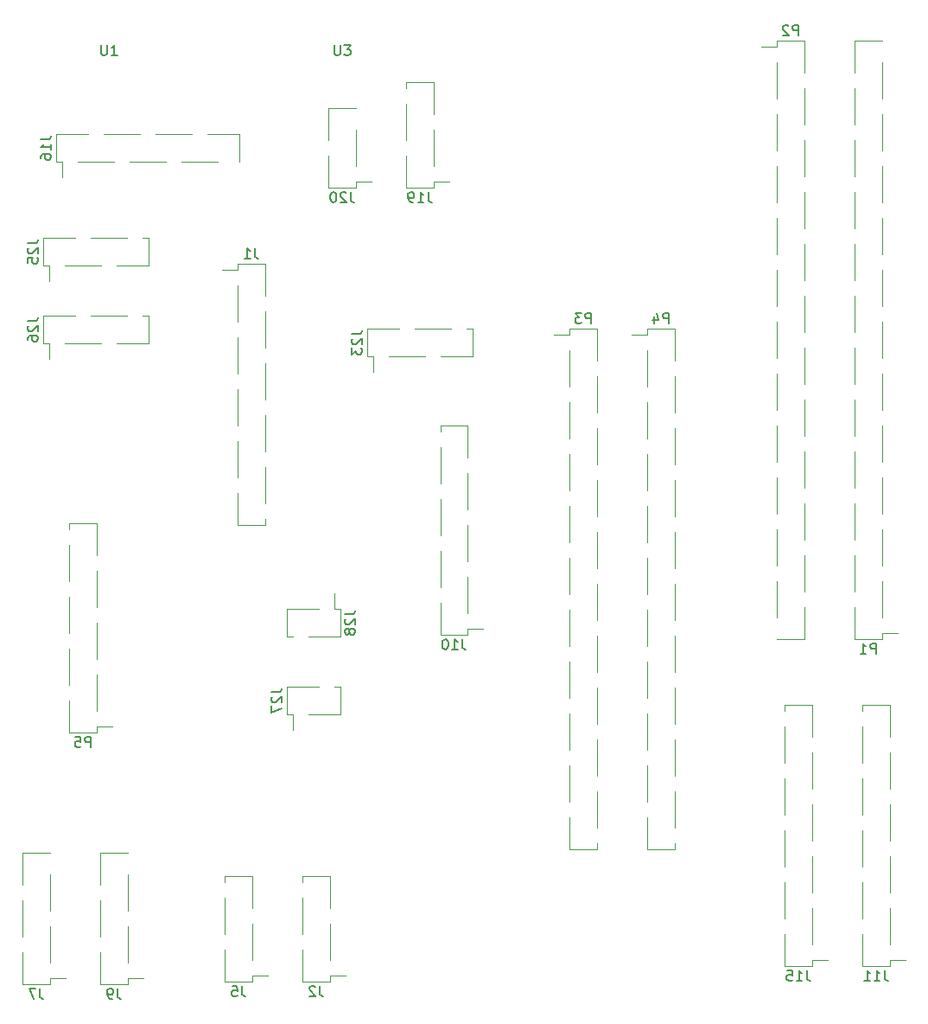
<source format=gbo>
G04 #@! TF.FileFunction,Legend,Bot*
%FSLAX46Y46*%
G04 Gerber Fmt 4.6, Leading zero omitted, Abs format (unit mm)*
G04 Created by KiCad (PCBNEW 4.0.7-e2-6376~58~ubuntu16.04.1) date Wed Jan  3 00:52:27 2018*
%MOMM*%
%LPD*%
G01*
G04 APERTURE LIST*
%ADD10C,0.100000*%
%ADD11C,0.120000*%
%ADD12C,0.150000*%
G04 APERTURE END LIST*
D10*
D11*
X158810000Y-52010000D02*
X156150000Y-52010000D01*
X158810000Y-77530000D02*
X156150000Y-77530000D01*
X156150000Y-54100000D02*
X156150000Y-57660000D01*
X156150000Y-59180000D02*
X156150000Y-62740000D01*
X156150000Y-64260000D02*
X156150000Y-67820000D01*
X156150000Y-69340000D02*
X156150000Y-72900000D01*
X156150000Y-74420000D02*
X156150000Y-77530000D01*
X158810000Y-52010000D02*
X158810000Y-55120000D01*
X156150000Y-52580000D02*
X154630000Y-52580000D01*
X156150000Y-52010000D02*
X156150000Y-52580000D01*
X158810000Y-76960000D02*
X158810000Y-77530000D01*
X158810000Y-56640000D02*
X158810000Y-60200000D01*
X158810000Y-61720000D02*
X158810000Y-65280000D01*
X158810000Y-66800000D02*
X158810000Y-70360000D01*
X158810000Y-71880000D02*
X158810000Y-75440000D01*
X162500000Y-122234000D02*
X165160000Y-122234000D01*
X162500000Y-111954000D02*
X165160000Y-111954000D01*
X165160000Y-120144000D02*
X165160000Y-116584000D01*
X165160000Y-115064000D02*
X165160000Y-111954000D01*
X162500000Y-122234000D02*
X162500000Y-119124000D01*
X165160000Y-121664000D02*
X166680000Y-121664000D01*
X165160000Y-122234000D02*
X165160000Y-121664000D01*
X162500000Y-112524000D02*
X162500000Y-111954000D01*
X162500000Y-117604000D02*
X162500000Y-114044000D01*
X154880000Y-122234000D02*
X157540000Y-122234000D01*
X154880000Y-111954000D02*
X157540000Y-111954000D01*
X157540000Y-120144000D02*
X157540000Y-116584000D01*
X157540000Y-115064000D02*
X157540000Y-111954000D01*
X154880000Y-122234000D02*
X154880000Y-119124000D01*
X157540000Y-121664000D02*
X159060000Y-121664000D01*
X157540000Y-122234000D02*
X157540000Y-121664000D01*
X154880000Y-112524000D02*
X154880000Y-111954000D01*
X154880000Y-117604000D02*
X154880000Y-114044000D01*
X135068000Y-122488000D02*
X137728000Y-122488000D01*
X135068000Y-109668000D02*
X137728000Y-109668000D01*
X137728000Y-120398000D02*
X137728000Y-116838000D01*
X137728000Y-115318000D02*
X137728000Y-111758000D01*
X135068000Y-122488000D02*
X135068000Y-119378000D01*
X137728000Y-121918000D02*
X139248000Y-121918000D01*
X137728000Y-122488000D02*
X137728000Y-121918000D01*
X135068000Y-110238000D02*
X135068000Y-109668000D01*
X135068000Y-117858000D02*
X135068000Y-114298000D01*
X135068000Y-112778000D02*
X135068000Y-109668000D01*
X142688000Y-122488000D02*
X145348000Y-122488000D01*
X142688000Y-109668000D02*
X145348000Y-109668000D01*
X145348000Y-120398000D02*
X145348000Y-116838000D01*
X145348000Y-115318000D02*
X145348000Y-111758000D01*
X142688000Y-122488000D02*
X142688000Y-119378000D01*
X145348000Y-121918000D02*
X146868000Y-121918000D01*
X145348000Y-122488000D02*
X145348000Y-121918000D01*
X142688000Y-110238000D02*
X142688000Y-109668000D01*
X142688000Y-117858000D02*
X142688000Y-114298000D01*
X142688000Y-112778000D02*
X142688000Y-109668000D01*
X175993000Y-88270000D02*
X178653000Y-88270000D01*
X175993000Y-67830000D02*
X178653000Y-67830000D01*
X178653000Y-86180000D02*
X178653000Y-82620000D01*
X178653000Y-81100000D02*
X178653000Y-77540000D01*
X178653000Y-76020000D02*
X178653000Y-72460000D01*
X178653000Y-70940000D02*
X178653000Y-67830000D01*
X175993000Y-88270000D02*
X175993000Y-85160000D01*
X178653000Y-87700000D02*
X180173000Y-87700000D01*
X178653000Y-88270000D02*
X178653000Y-87700000D01*
X175993000Y-68400000D02*
X175993000Y-67830000D01*
X175993000Y-83640000D02*
X175993000Y-80080000D01*
X175993000Y-78560000D02*
X175993000Y-75000000D01*
X175993000Y-73480000D02*
X175993000Y-69920000D01*
X217364000Y-120710000D02*
X220024000Y-120710000D01*
X217364000Y-95190000D02*
X220024000Y-95190000D01*
X220024000Y-118620000D02*
X220024000Y-115060000D01*
X220024000Y-113540000D02*
X220024000Y-109980000D01*
X220024000Y-108460000D02*
X220024000Y-104900000D01*
X220024000Y-103380000D02*
X220024000Y-99820000D01*
X220024000Y-98300000D02*
X220024000Y-95190000D01*
X217364000Y-120710000D02*
X217364000Y-117600000D01*
X220024000Y-120140000D02*
X221544000Y-120140000D01*
X220024000Y-120710000D02*
X220024000Y-120140000D01*
X217364000Y-95760000D02*
X217364000Y-95190000D01*
X217364000Y-116080000D02*
X217364000Y-112520000D01*
X217364000Y-111000000D02*
X217364000Y-107440000D01*
X217364000Y-105920000D02*
X217364000Y-102360000D01*
X217364000Y-100840000D02*
X217364000Y-97280000D01*
X209744000Y-120710000D02*
X212404000Y-120710000D01*
X209744000Y-95190000D02*
X212404000Y-95190000D01*
X212404000Y-118620000D02*
X212404000Y-115060000D01*
X212404000Y-113540000D02*
X212404000Y-109980000D01*
X212404000Y-108460000D02*
X212404000Y-104900000D01*
X212404000Y-103380000D02*
X212404000Y-99820000D01*
X212404000Y-98300000D02*
X212404000Y-95190000D01*
X209744000Y-120710000D02*
X209744000Y-117600000D01*
X212404000Y-120140000D02*
X213924000Y-120140000D01*
X212404000Y-120710000D02*
X212404000Y-120140000D01*
X209744000Y-95760000D02*
X209744000Y-95190000D01*
X209744000Y-116080000D02*
X209744000Y-112520000D01*
X209744000Y-111000000D02*
X209744000Y-107440000D01*
X209744000Y-105920000D02*
X209744000Y-102360000D01*
X209744000Y-100840000D02*
X209744000Y-97280000D01*
X138370000Y-39310000D02*
X138370000Y-41970000D01*
X156270000Y-39310000D02*
X156270000Y-41970000D01*
X140460000Y-41970000D02*
X144020000Y-41970000D01*
X145540000Y-41970000D02*
X149100000Y-41970000D01*
X150620000Y-41970000D02*
X154180000Y-41970000D01*
X138370000Y-39310000D02*
X141480000Y-39310000D01*
X138940000Y-41970000D02*
X138940000Y-43490000D01*
X138370000Y-41970000D02*
X138940000Y-41970000D01*
X155700000Y-39310000D02*
X156270000Y-39310000D01*
X143000000Y-39310000D02*
X146560000Y-39310000D01*
X148080000Y-39310000D02*
X151640000Y-39310000D01*
X153160000Y-39310000D02*
X156270000Y-39310000D01*
X172660000Y-44510000D02*
X175320000Y-44510000D01*
X172660000Y-34230000D02*
X175320000Y-34230000D01*
X175320000Y-42420000D02*
X175320000Y-38860000D01*
X175320000Y-37340000D02*
X175320000Y-34230000D01*
X172660000Y-44510000D02*
X172660000Y-41400000D01*
X175320000Y-43940000D02*
X176840000Y-43940000D01*
X175320000Y-44510000D02*
X175320000Y-43940000D01*
X172660000Y-34800000D02*
X172660000Y-34230000D01*
X172660000Y-39880000D02*
X172660000Y-36320000D01*
X165040000Y-44510000D02*
X167700000Y-44510000D01*
X165040000Y-36770000D02*
X167700000Y-36770000D01*
X167700000Y-42420000D02*
X167700000Y-38860000D01*
X165040000Y-44510000D02*
X165040000Y-41400000D01*
X167700000Y-43940000D02*
X169220000Y-43940000D01*
X167700000Y-44510000D02*
X167700000Y-43940000D01*
X165040000Y-37340000D02*
X165040000Y-36770000D01*
X165040000Y-39880000D02*
X165040000Y-36770000D01*
X168850000Y-58360000D02*
X168850000Y-61020000D01*
X179130000Y-58360000D02*
X179130000Y-61020000D01*
X170940000Y-61020000D02*
X174500000Y-61020000D01*
X176020000Y-61020000D02*
X179130000Y-61020000D01*
X168850000Y-58360000D02*
X171960000Y-58360000D01*
X169420000Y-61020000D02*
X169420000Y-62540000D01*
X168850000Y-61020000D02*
X169420000Y-61020000D01*
X178560000Y-58360000D02*
X179130000Y-58360000D01*
X173480000Y-58360000D02*
X177040000Y-58360000D01*
X137100000Y-49470000D02*
X137100000Y-52130000D01*
X147380000Y-49470000D02*
X147380000Y-52130000D01*
X139190000Y-52130000D02*
X142750000Y-52130000D01*
X144270000Y-52130000D02*
X147380000Y-52130000D01*
X137100000Y-49470000D02*
X140210000Y-49470000D01*
X137670000Y-52130000D02*
X137670000Y-53650000D01*
X137100000Y-52130000D02*
X137670000Y-52130000D01*
X146810000Y-49470000D02*
X147380000Y-49470000D01*
X141730000Y-49470000D02*
X145290000Y-49470000D01*
X137100000Y-57090000D02*
X137100000Y-59750000D01*
X147380000Y-57090000D02*
X147380000Y-59750000D01*
X139190000Y-59750000D02*
X142750000Y-59750000D01*
X144270000Y-59750000D02*
X147380000Y-59750000D01*
X137100000Y-57090000D02*
X140210000Y-57090000D01*
X137670000Y-59750000D02*
X137670000Y-61270000D01*
X137100000Y-59750000D02*
X137670000Y-59750000D01*
X146810000Y-57090000D02*
X147380000Y-57090000D01*
X141730000Y-57090000D02*
X145290000Y-57090000D01*
X160976000Y-93412000D02*
X160976000Y-96072000D01*
X166176000Y-93412000D02*
X166176000Y-96072000D01*
X163066000Y-96072000D02*
X166176000Y-96072000D01*
X160976000Y-93412000D02*
X164086000Y-93412000D01*
X161546000Y-96072000D02*
X161546000Y-97592000D01*
X160976000Y-96072000D02*
X161546000Y-96072000D01*
X165606000Y-93412000D02*
X166176000Y-93412000D01*
X166176000Y-88452000D02*
X166176000Y-85792000D01*
X160976000Y-88452000D02*
X160976000Y-85792000D01*
X164086000Y-85792000D02*
X160976000Y-85792000D01*
X166176000Y-88452000D02*
X163066000Y-88452000D01*
X165606000Y-85792000D02*
X165606000Y-84272000D01*
X166176000Y-85792000D02*
X165606000Y-85792000D01*
X161546000Y-88452000D02*
X160976000Y-88452000D01*
X139640000Y-97850000D02*
X142300000Y-97850000D01*
X139640000Y-77410000D02*
X142300000Y-77410000D01*
X142300000Y-95760000D02*
X142300000Y-92200000D01*
X142300000Y-90680000D02*
X142300000Y-87120000D01*
X142300000Y-85600000D02*
X142300000Y-82040000D01*
X142300000Y-80520000D02*
X142300000Y-77410000D01*
X139640000Y-97850000D02*
X139640000Y-94740000D01*
X142300000Y-97280000D02*
X143820000Y-97280000D01*
X142300000Y-97850000D02*
X142300000Y-97280000D01*
X139640000Y-77980000D02*
X139640000Y-77410000D01*
X139640000Y-93220000D02*
X139640000Y-89660000D01*
X139640000Y-88140000D02*
X139640000Y-84580000D01*
X139640000Y-83060000D02*
X139640000Y-79500000D01*
X216602000Y-88706000D02*
X219262000Y-88706000D01*
X216602000Y-30166000D02*
X219262000Y-30166000D01*
X219262000Y-86616000D02*
X219262000Y-83056000D01*
X219262000Y-81536000D02*
X219262000Y-77976000D01*
X219262000Y-76456000D02*
X219262000Y-72896000D01*
X219262000Y-71376000D02*
X219262000Y-67816000D01*
X219262000Y-66296000D02*
X219262000Y-62736000D01*
X219262000Y-61216000D02*
X219262000Y-57656000D01*
X219262000Y-56136000D02*
X219262000Y-52576000D01*
X219262000Y-51056000D02*
X219262000Y-47496000D01*
X219262000Y-45976000D02*
X219262000Y-42416000D01*
X219262000Y-40896000D02*
X219262000Y-37336000D01*
X219262000Y-35816000D02*
X219262000Y-32256000D01*
X216602000Y-88706000D02*
X216602000Y-85596000D01*
X219262000Y-88136000D02*
X220782000Y-88136000D01*
X219262000Y-88706000D02*
X219262000Y-88136000D01*
X216602000Y-30736000D02*
X216602000Y-30166000D01*
X216602000Y-84076000D02*
X216602000Y-80516000D01*
X216602000Y-78996000D02*
X216602000Y-75436000D01*
X216602000Y-73916000D02*
X216602000Y-70356000D01*
X216602000Y-68836000D02*
X216602000Y-65276000D01*
X216602000Y-63756000D02*
X216602000Y-60196000D01*
X216602000Y-58676000D02*
X216602000Y-55116000D01*
X216602000Y-53596000D02*
X216602000Y-50036000D01*
X216602000Y-48516000D02*
X216602000Y-44956000D01*
X216602000Y-43436000D02*
X216602000Y-39876000D01*
X216602000Y-38356000D02*
X216602000Y-34796000D01*
X216602000Y-33276000D02*
X216602000Y-30166000D01*
X211642000Y-30166000D02*
X208982000Y-30166000D01*
X211642000Y-88706000D02*
X208982000Y-88706000D01*
X208982000Y-32256000D02*
X208982000Y-35816000D01*
X208982000Y-37336000D02*
X208982000Y-40896000D01*
X208982000Y-42416000D02*
X208982000Y-45976000D01*
X208982000Y-47496000D02*
X208982000Y-51056000D01*
X208982000Y-52576000D02*
X208982000Y-56136000D01*
X208982000Y-57656000D02*
X208982000Y-61216000D01*
X208982000Y-62736000D02*
X208982000Y-66296000D01*
X208982000Y-67816000D02*
X208982000Y-71376000D01*
X208982000Y-72896000D02*
X208982000Y-76456000D01*
X208982000Y-77976000D02*
X208982000Y-81536000D01*
X208982000Y-83056000D02*
X208982000Y-86616000D01*
X211642000Y-30166000D02*
X211642000Y-33276000D01*
X208982000Y-30736000D02*
X207462000Y-30736000D01*
X208982000Y-30166000D02*
X208982000Y-30736000D01*
X211642000Y-88136000D02*
X211642000Y-88706000D01*
X211642000Y-34796000D02*
X211642000Y-38356000D01*
X211642000Y-39876000D02*
X211642000Y-43436000D01*
X211642000Y-44956000D02*
X211642000Y-48516000D01*
X211642000Y-50036000D02*
X211642000Y-53596000D01*
X211642000Y-55116000D02*
X211642000Y-58676000D01*
X211642000Y-60196000D02*
X211642000Y-63756000D01*
X211642000Y-65276000D02*
X211642000Y-68836000D01*
X211642000Y-70356000D02*
X211642000Y-73916000D01*
X211642000Y-75436000D02*
X211642000Y-78996000D01*
X211642000Y-80516000D02*
X211642000Y-84076000D01*
X211642000Y-85596000D02*
X211642000Y-88706000D01*
X191322000Y-58360000D02*
X188662000Y-58360000D01*
X191322000Y-109280000D02*
X188662000Y-109280000D01*
X188662000Y-60450000D02*
X188662000Y-64010000D01*
X188662000Y-65530000D02*
X188662000Y-69090000D01*
X188662000Y-70610000D02*
X188662000Y-74170000D01*
X188662000Y-75690000D02*
X188662000Y-79250000D01*
X188662000Y-80770000D02*
X188662000Y-84330000D01*
X188662000Y-85850000D02*
X188662000Y-89410000D01*
X188662000Y-90930000D02*
X188662000Y-94490000D01*
X188662000Y-96010000D02*
X188662000Y-99570000D01*
X188662000Y-101090000D02*
X188662000Y-104650000D01*
X188662000Y-106170000D02*
X188662000Y-109280000D01*
X191322000Y-58360000D02*
X191322000Y-61470000D01*
X188662000Y-58930000D02*
X187142000Y-58930000D01*
X188662000Y-58360000D02*
X188662000Y-58930000D01*
X191322000Y-108710000D02*
X191322000Y-109280000D01*
X191322000Y-62990000D02*
X191322000Y-66550000D01*
X191322000Y-68070000D02*
X191322000Y-71630000D01*
X191322000Y-73150000D02*
X191322000Y-76710000D01*
X191322000Y-78230000D02*
X191322000Y-81790000D01*
X191322000Y-83310000D02*
X191322000Y-86870000D01*
X191322000Y-88390000D02*
X191322000Y-91950000D01*
X191322000Y-93470000D02*
X191322000Y-97030000D01*
X191322000Y-98550000D02*
X191322000Y-102110000D01*
X191322000Y-103630000D02*
X191322000Y-107190000D01*
X198942000Y-58360000D02*
X196282000Y-58360000D01*
X198942000Y-109280000D02*
X196282000Y-109280000D01*
X196282000Y-60450000D02*
X196282000Y-64010000D01*
X196282000Y-65530000D02*
X196282000Y-69090000D01*
X196282000Y-70610000D02*
X196282000Y-74170000D01*
X196282000Y-75690000D02*
X196282000Y-79250000D01*
X196282000Y-80770000D02*
X196282000Y-84330000D01*
X196282000Y-85850000D02*
X196282000Y-89410000D01*
X196282000Y-90930000D02*
X196282000Y-94490000D01*
X196282000Y-96010000D02*
X196282000Y-99570000D01*
X196282000Y-101090000D02*
X196282000Y-104650000D01*
X196282000Y-106170000D02*
X196282000Y-109280000D01*
X198942000Y-58360000D02*
X198942000Y-61470000D01*
X196282000Y-58930000D02*
X194762000Y-58930000D01*
X196282000Y-58360000D02*
X196282000Y-58930000D01*
X198942000Y-108710000D02*
X198942000Y-109280000D01*
X198942000Y-62990000D02*
X198942000Y-66550000D01*
X198942000Y-68070000D02*
X198942000Y-71630000D01*
X198942000Y-73150000D02*
X198942000Y-76710000D01*
X198942000Y-78230000D02*
X198942000Y-81790000D01*
X198942000Y-83310000D02*
X198942000Y-86870000D01*
X198942000Y-88390000D02*
X198942000Y-91950000D01*
X198942000Y-93470000D02*
X198942000Y-97030000D01*
X198942000Y-98550000D02*
X198942000Y-102110000D01*
X198942000Y-103630000D02*
X198942000Y-107190000D01*
D12*
X142748095Y-30567381D02*
X142748095Y-31376905D01*
X142795714Y-31472143D01*
X142843333Y-31519762D01*
X142938571Y-31567381D01*
X143129048Y-31567381D01*
X143224286Y-31519762D01*
X143271905Y-31472143D01*
X143319524Y-31376905D01*
X143319524Y-30567381D01*
X144319524Y-31567381D02*
X143748095Y-31567381D01*
X144033809Y-31567381D02*
X144033809Y-30567381D01*
X143938571Y-30710238D01*
X143843333Y-30805476D01*
X143748095Y-30853095D01*
X165608095Y-30567381D02*
X165608095Y-31376905D01*
X165655714Y-31472143D01*
X165703333Y-31519762D01*
X165798571Y-31567381D01*
X165989048Y-31567381D01*
X166084286Y-31519762D01*
X166131905Y-31472143D01*
X166179524Y-31376905D01*
X166179524Y-30567381D01*
X166560476Y-30567381D02*
X167179524Y-30567381D01*
X166846190Y-30948333D01*
X166989048Y-30948333D01*
X167084286Y-30995952D01*
X167131905Y-31043571D01*
X167179524Y-31138810D01*
X167179524Y-31376905D01*
X167131905Y-31472143D01*
X167084286Y-31519762D01*
X166989048Y-31567381D01*
X166703333Y-31567381D01*
X166608095Y-31519762D01*
X166560476Y-31472143D01*
X157813333Y-50462381D02*
X157813333Y-51176667D01*
X157860953Y-51319524D01*
X157956191Y-51414762D01*
X158099048Y-51462381D01*
X158194286Y-51462381D01*
X156813333Y-51462381D02*
X157384762Y-51462381D01*
X157099048Y-51462381D02*
X157099048Y-50462381D01*
X157194286Y-50605238D01*
X157289524Y-50700476D01*
X157384762Y-50748095D01*
X164163333Y-122686381D02*
X164163333Y-123400667D01*
X164210953Y-123543524D01*
X164306191Y-123638762D01*
X164449048Y-123686381D01*
X164544286Y-123686381D01*
X163734762Y-122781619D02*
X163687143Y-122734000D01*
X163591905Y-122686381D01*
X163353809Y-122686381D01*
X163258571Y-122734000D01*
X163210952Y-122781619D01*
X163163333Y-122876857D01*
X163163333Y-122972095D01*
X163210952Y-123114952D01*
X163782381Y-123686381D01*
X163163333Y-123686381D01*
X156543333Y-122686381D02*
X156543333Y-123400667D01*
X156590953Y-123543524D01*
X156686191Y-123638762D01*
X156829048Y-123686381D01*
X156924286Y-123686381D01*
X155590952Y-122686381D02*
X156067143Y-122686381D01*
X156114762Y-123162571D01*
X156067143Y-123114952D01*
X155971905Y-123067333D01*
X155733809Y-123067333D01*
X155638571Y-123114952D01*
X155590952Y-123162571D01*
X155543333Y-123257810D01*
X155543333Y-123495905D01*
X155590952Y-123591143D01*
X155638571Y-123638762D01*
X155733809Y-123686381D01*
X155971905Y-123686381D01*
X156067143Y-123638762D01*
X156114762Y-123591143D01*
X136731333Y-122940381D02*
X136731333Y-123654667D01*
X136778953Y-123797524D01*
X136874191Y-123892762D01*
X137017048Y-123940381D01*
X137112286Y-123940381D01*
X136350381Y-122940381D02*
X135683714Y-122940381D01*
X136112286Y-123940381D01*
X144351333Y-122940381D02*
X144351333Y-123654667D01*
X144398953Y-123797524D01*
X144494191Y-123892762D01*
X144637048Y-123940381D01*
X144732286Y-123940381D01*
X143827524Y-123940381D02*
X143637048Y-123940381D01*
X143541809Y-123892762D01*
X143494190Y-123845143D01*
X143398952Y-123702286D01*
X143351333Y-123511810D01*
X143351333Y-123130857D01*
X143398952Y-123035619D01*
X143446571Y-122988000D01*
X143541809Y-122940381D01*
X143732286Y-122940381D01*
X143827524Y-122988000D01*
X143875143Y-123035619D01*
X143922762Y-123130857D01*
X143922762Y-123368952D01*
X143875143Y-123464190D01*
X143827524Y-123511810D01*
X143732286Y-123559429D01*
X143541809Y-123559429D01*
X143446571Y-123511810D01*
X143398952Y-123464190D01*
X143351333Y-123368952D01*
X178132523Y-88722381D02*
X178132523Y-89436667D01*
X178180143Y-89579524D01*
X178275381Y-89674762D01*
X178418238Y-89722381D01*
X178513476Y-89722381D01*
X177132523Y-89722381D02*
X177703952Y-89722381D01*
X177418238Y-89722381D02*
X177418238Y-88722381D01*
X177513476Y-88865238D01*
X177608714Y-88960476D01*
X177703952Y-89008095D01*
X176513476Y-88722381D02*
X176418237Y-88722381D01*
X176322999Y-88770000D01*
X176275380Y-88817619D01*
X176227761Y-88912857D01*
X176180142Y-89103333D01*
X176180142Y-89341429D01*
X176227761Y-89531905D01*
X176275380Y-89627143D01*
X176322999Y-89674762D01*
X176418237Y-89722381D01*
X176513476Y-89722381D01*
X176608714Y-89674762D01*
X176656333Y-89627143D01*
X176703952Y-89531905D01*
X176751571Y-89341429D01*
X176751571Y-89103333D01*
X176703952Y-88912857D01*
X176656333Y-88817619D01*
X176608714Y-88770000D01*
X176513476Y-88722381D01*
X219503523Y-121162381D02*
X219503523Y-121876667D01*
X219551143Y-122019524D01*
X219646381Y-122114762D01*
X219789238Y-122162381D01*
X219884476Y-122162381D01*
X218503523Y-122162381D02*
X219074952Y-122162381D01*
X218789238Y-122162381D02*
X218789238Y-121162381D01*
X218884476Y-121305238D01*
X218979714Y-121400476D01*
X219074952Y-121448095D01*
X217551142Y-122162381D02*
X218122571Y-122162381D01*
X217836857Y-122162381D02*
X217836857Y-121162381D01*
X217932095Y-121305238D01*
X218027333Y-121400476D01*
X218122571Y-121448095D01*
X211883523Y-121162381D02*
X211883523Y-121876667D01*
X211931143Y-122019524D01*
X212026381Y-122114762D01*
X212169238Y-122162381D01*
X212264476Y-122162381D01*
X210883523Y-122162381D02*
X211454952Y-122162381D01*
X211169238Y-122162381D02*
X211169238Y-121162381D01*
X211264476Y-121305238D01*
X211359714Y-121400476D01*
X211454952Y-121448095D01*
X209978761Y-121162381D02*
X210454952Y-121162381D01*
X210502571Y-121638571D01*
X210454952Y-121590952D01*
X210359714Y-121543333D01*
X210121618Y-121543333D01*
X210026380Y-121590952D01*
X209978761Y-121638571D01*
X209931142Y-121733810D01*
X209931142Y-121971905D01*
X209978761Y-122067143D01*
X210026380Y-122114762D01*
X210121618Y-122162381D01*
X210359714Y-122162381D01*
X210454952Y-122114762D01*
X210502571Y-122067143D01*
X136822381Y-39830477D02*
X137536667Y-39830477D01*
X137679524Y-39782857D01*
X137774762Y-39687619D01*
X137822381Y-39544762D01*
X137822381Y-39449524D01*
X137822381Y-40830477D02*
X137822381Y-40259048D01*
X137822381Y-40544762D02*
X136822381Y-40544762D01*
X136965238Y-40449524D01*
X137060476Y-40354286D01*
X137108095Y-40259048D01*
X136822381Y-41687620D02*
X136822381Y-41497143D01*
X136870000Y-41401905D01*
X136917619Y-41354286D01*
X137060476Y-41259048D01*
X137250952Y-41211429D01*
X137631905Y-41211429D01*
X137727143Y-41259048D01*
X137774762Y-41306667D01*
X137822381Y-41401905D01*
X137822381Y-41592382D01*
X137774762Y-41687620D01*
X137727143Y-41735239D01*
X137631905Y-41782858D01*
X137393810Y-41782858D01*
X137298571Y-41735239D01*
X137250952Y-41687620D01*
X137203333Y-41592382D01*
X137203333Y-41401905D01*
X137250952Y-41306667D01*
X137298571Y-41259048D01*
X137393810Y-41211429D01*
X174799523Y-44962381D02*
X174799523Y-45676667D01*
X174847143Y-45819524D01*
X174942381Y-45914762D01*
X175085238Y-45962381D01*
X175180476Y-45962381D01*
X173799523Y-45962381D02*
X174370952Y-45962381D01*
X174085238Y-45962381D02*
X174085238Y-44962381D01*
X174180476Y-45105238D01*
X174275714Y-45200476D01*
X174370952Y-45248095D01*
X173323333Y-45962381D02*
X173132857Y-45962381D01*
X173037618Y-45914762D01*
X172989999Y-45867143D01*
X172894761Y-45724286D01*
X172847142Y-45533810D01*
X172847142Y-45152857D01*
X172894761Y-45057619D01*
X172942380Y-45010000D01*
X173037618Y-44962381D01*
X173228095Y-44962381D01*
X173323333Y-45010000D01*
X173370952Y-45057619D01*
X173418571Y-45152857D01*
X173418571Y-45390952D01*
X173370952Y-45486190D01*
X173323333Y-45533810D01*
X173228095Y-45581429D01*
X173037618Y-45581429D01*
X172942380Y-45533810D01*
X172894761Y-45486190D01*
X172847142Y-45390952D01*
X167179523Y-44962381D02*
X167179523Y-45676667D01*
X167227143Y-45819524D01*
X167322381Y-45914762D01*
X167465238Y-45962381D01*
X167560476Y-45962381D01*
X166750952Y-45057619D02*
X166703333Y-45010000D01*
X166608095Y-44962381D01*
X166369999Y-44962381D01*
X166274761Y-45010000D01*
X166227142Y-45057619D01*
X166179523Y-45152857D01*
X166179523Y-45248095D01*
X166227142Y-45390952D01*
X166798571Y-45962381D01*
X166179523Y-45962381D01*
X165560476Y-44962381D02*
X165465237Y-44962381D01*
X165369999Y-45010000D01*
X165322380Y-45057619D01*
X165274761Y-45152857D01*
X165227142Y-45343333D01*
X165227142Y-45581429D01*
X165274761Y-45771905D01*
X165322380Y-45867143D01*
X165369999Y-45914762D01*
X165465237Y-45962381D01*
X165560476Y-45962381D01*
X165655714Y-45914762D01*
X165703333Y-45867143D01*
X165750952Y-45771905D01*
X165798571Y-45581429D01*
X165798571Y-45343333D01*
X165750952Y-45152857D01*
X165703333Y-45057619D01*
X165655714Y-45010000D01*
X165560476Y-44962381D01*
X167302381Y-58880477D02*
X168016667Y-58880477D01*
X168159524Y-58832857D01*
X168254762Y-58737619D01*
X168302381Y-58594762D01*
X168302381Y-58499524D01*
X167397619Y-59309048D02*
X167350000Y-59356667D01*
X167302381Y-59451905D01*
X167302381Y-59690001D01*
X167350000Y-59785239D01*
X167397619Y-59832858D01*
X167492857Y-59880477D01*
X167588095Y-59880477D01*
X167730952Y-59832858D01*
X168302381Y-59261429D01*
X168302381Y-59880477D01*
X167302381Y-60213810D02*
X167302381Y-60832858D01*
X167683333Y-60499524D01*
X167683333Y-60642382D01*
X167730952Y-60737620D01*
X167778571Y-60785239D01*
X167873810Y-60832858D01*
X168111905Y-60832858D01*
X168207143Y-60785239D01*
X168254762Y-60737620D01*
X168302381Y-60642382D01*
X168302381Y-60356667D01*
X168254762Y-60261429D01*
X168207143Y-60213810D01*
X135552381Y-49990477D02*
X136266667Y-49990477D01*
X136409524Y-49942857D01*
X136504762Y-49847619D01*
X136552381Y-49704762D01*
X136552381Y-49609524D01*
X135647619Y-50419048D02*
X135600000Y-50466667D01*
X135552381Y-50561905D01*
X135552381Y-50800001D01*
X135600000Y-50895239D01*
X135647619Y-50942858D01*
X135742857Y-50990477D01*
X135838095Y-50990477D01*
X135980952Y-50942858D01*
X136552381Y-50371429D01*
X136552381Y-50990477D01*
X135552381Y-51895239D02*
X135552381Y-51419048D01*
X136028571Y-51371429D01*
X135980952Y-51419048D01*
X135933333Y-51514286D01*
X135933333Y-51752382D01*
X135980952Y-51847620D01*
X136028571Y-51895239D01*
X136123810Y-51942858D01*
X136361905Y-51942858D01*
X136457143Y-51895239D01*
X136504762Y-51847620D01*
X136552381Y-51752382D01*
X136552381Y-51514286D01*
X136504762Y-51419048D01*
X136457143Y-51371429D01*
X135552381Y-57610477D02*
X136266667Y-57610477D01*
X136409524Y-57562857D01*
X136504762Y-57467619D01*
X136552381Y-57324762D01*
X136552381Y-57229524D01*
X135647619Y-58039048D02*
X135600000Y-58086667D01*
X135552381Y-58181905D01*
X135552381Y-58420001D01*
X135600000Y-58515239D01*
X135647619Y-58562858D01*
X135742857Y-58610477D01*
X135838095Y-58610477D01*
X135980952Y-58562858D01*
X136552381Y-57991429D01*
X136552381Y-58610477D01*
X135552381Y-59467620D02*
X135552381Y-59277143D01*
X135600000Y-59181905D01*
X135647619Y-59134286D01*
X135790476Y-59039048D01*
X135980952Y-58991429D01*
X136361905Y-58991429D01*
X136457143Y-59039048D01*
X136504762Y-59086667D01*
X136552381Y-59181905D01*
X136552381Y-59372382D01*
X136504762Y-59467620D01*
X136457143Y-59515239D01*
X136361905Y-59562858D01*
X136123810Y-59562858D01*
X136028571Y-59515239D01*
X135980952Y-59467620D01*
X135933333Y-59372382D01*
X135933333Y-59181905D01*
X135980952Y-59086667D01*
X136028571Y-59039048D01*
X136123810Y-58991429D01*
X159428381Y-93932477D02*
X160142667Y-93932477D01*
X160285524Y-93884857D01*
X160380762Y-93789619D01*
X160428381Y-93646762D01*
X160428381Y-93551524D01*
X159523619Y-94361048D02*
X159476000Y-94408667D01*
X159428381Y-94503905D01*
X159428381Y-94742001D01*
X159476000Y-94837239D01*
X159523619Y-94884858D01*
X159618857Y-94932477D01*
X159714095Y-94932477D01*
X159856952Y-94884858D01*
X160428381Y-94313429D01*
X160428381Y-94932477D01*
X159428381Y-95265810D02*
X159428381Y-95932477D01*
X160428381Y-95503905D01*
X166628381Y-86312477D02*
X167342667Y-86312477D01*
X167485524Y-86264857D01*
X167580762Y-86169619D01*
X167628381Y-86026762D01*
X167628381Y-85931524D01*
X166723619Y-86741048D02*
X166676000Y-86788667D01*
X166628381Y-86883905D01*
X166628381Y-87122001D01*
X166676000Y-87217239D01*
X166723619Y-87264858D01*
X166818857Y-87312477D01*
X166914095Y-87312477D01*
X167056952Y-87264858D01*
X167628381Y-86693429D01*
X167628381Y-87312477D01*
X167056952Y-87883905D02*
X167009333Y-87788667D01*
X166961714Y-87741048D01*
X166866476Y-87693429D01*
X166818857Y-87693429D01*
X166723619Y-87741048D01*
X166676000Y-87788667D01*
X166628381Y-87883905D01*
X166628381Y-88074382D01*
X166676000Y-88169620D01*
X166723619Y-88217239D01*
X166818857Y-88264858D01*
X166866476Y-88264858D01*
X166961714Y-88217239D01*
X167009333Y-88169620D01*
X167056952Y-88074382D01*
X167056952Y-87883905D01*
X167104571Y-87788667D01*
X167152190Y-87741048D01*
X167247429Y-87693429D01*
X167437905Y-87693429D01*
X167533143Y-87741048D01*
X167580762Y-87788667D01*
X167628381Y-87883905D01*
X167628381Y-88074382D01*
X167580762Y-88169620D01*
X167533143Y-88217239D01*
X167437905Y-88264858D01*
X167247429Y-88264858D01*
X167152190Y-88217239D01*
X167104571Y-88169620D01*
X167056952Y-88074382D01*
X141708095Y-99302381D02*
X141708095Y-98302381D01*
X141327142Y-98302381D01*
X141231904Y-98350000D01*
X141184285Y-98397619D01*
X141136666Y-98492857D01*
X141136666Y-98635714D01*
X141184285Y-98730952D01*
X141231904Y-98778571D01*
X141327142Y-98826190D01*
X141708095Y-98826190D01*
X140231904Y-98302381D02*
X140708095Y-98302381D01*
X140755714Y-98778571D01*
X140708095Y-98730952D01*
X140612857Y-98683333D01*
X140374761Y-98683333D01*
X140279523Y-98730952D01*
X140231904Y-98778571D01*
X140184285Y-98873810D01*
X140184285Y-99111905D01*
X140231904Y-99207143D01*
X140279523Y-99254762D01*
X140374761Y-99302381D01*
X140612857Y-99302381D01*
X140708095Y-99254762D01*
X140755714Y-99207143D01*
X218670095Y-90158381D02*
X218670095Y-89158381D01*
X218289142Y-89158381D01*
X218193904Y-89206000D01*
X218146285Y-89253619D01*
X218098666Y-89348857D01*
X218098666Y-89491714D01*
X218146285Y-89586952D01*
X218193904Y-89634571D01*
X218289142Y-89682190D01*
X218670095Y-89682190D01*
X217146285Y-90158381D02*
X217717714Y-90158381D01*
X217432000Y-90158381D02*
X217432000Y-89158381D01*
X217527238Y-89301238D01*
X217622476Y-89396476D01*
X217717714Y-89444095D01*
X211050095Y-29618381D02*
X211050095Y-28618381D01*
X210669142Y-28618381D01*
X210573904Y-28666000D01*
X210526285Y-28713619D01*
X210478666Y-28808857D01*
X210478666Y-28951714D01*
X210526285Y-29046952D01*
X210573904Y-29094571D01*
X210669142Y-29142190D01*
X211050095Y-29142190D01*
X210097714Y-28713619D02*
X210050095Y-28666000D01*
X209954857Y-28618381D01*
X209716761Y-28618381D01*
X209621523Y-28666000D01*
X209573904Y-28713619D01*
X209526285Y-28808857D01*
X209526285Y-28904095D01*
X209573904Y-29046952D01*
X210145333Y-29618381D01*
X209526285Y-29618381D01*
X190730095Y-57812381D02*
X190730095Y-56812381D01*
X190349142Y-56812381D01*
X190253904Y-56860000D01*
X190206285Y-56907619D01*
X190158666Y-57002857D01*
X190158666Y-57145714D01*
X190206285Y-57240952D01*
X190253904Y-57288571D01*
X190349142Y-57336190D01*
X190730095Y-57336190D01*
X189825333Y-56812381D02*
X189206285Y-56812381D01*
X189539619Y-57193333D01*
X189396761Y-57193333D01*
X189301523Y-57240952D01*
X189253904Y-57288571D01*
X189206285Y-57383810D01*
X189206285Y-57621905D01*
X189253904Y-57717143D01*
X189301523Y-57764762D01*
X189396761Y-57812381D01*
X189682476Y-57812381D01*
X189777714Y-57764762D01*
X189825333Y-57717143D01*
X198350095Y-57812381D02*
X198350095Y-56812381D01*
X197969142Y-56812381D01*
X197873904Y-56860000D01*
X197826285Y-56907619D01*
X197778666Y-57002857D01*
X197778666Y-57145714D01*
X197826285Y-57240952D01*
X197873904Y-57288571D01*
X197969142Y-57336190D01*
X198350095Y-57336190D01*
X196921523Y-57145714D02*
X196921523Y-57812381D01*
X197159619Y-56764762D02*
X197397714Y-57479048D01*
X196778666Y-57479048D01*
M02*

</source>
